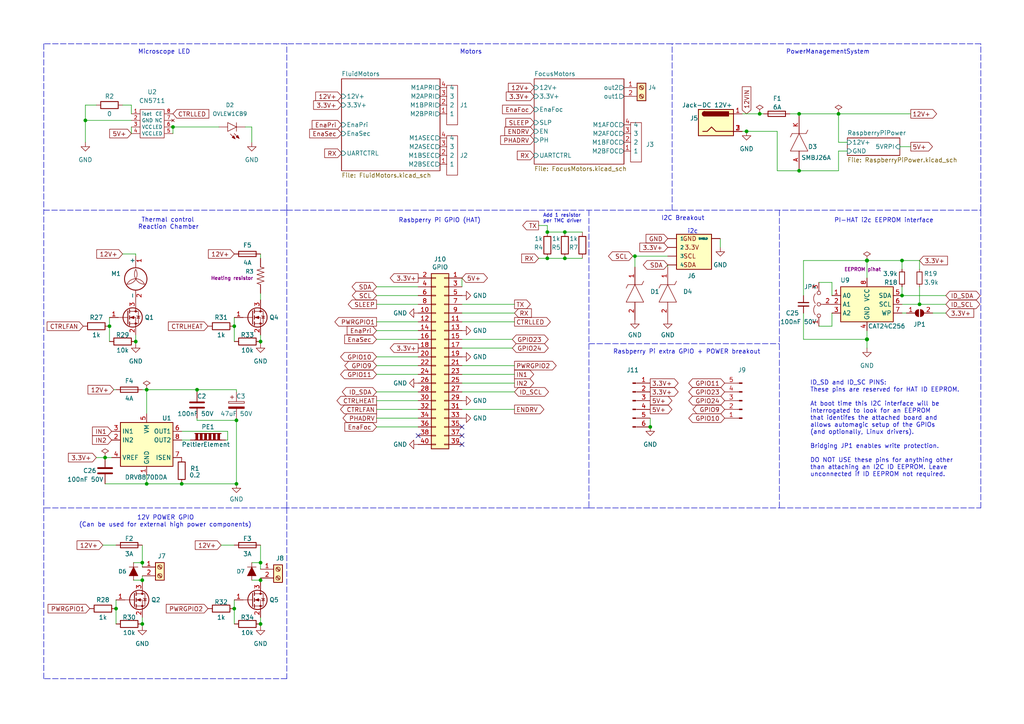
<source format=kicad_sch>
(kicad_sch (version 20211123) (generator eeschema)
  (paper "A4")
  (title_block (title "Rastaban-HAT") (date "2022-12-14") (rev "1.6") (company "HAN") (comment 1 "Casper R. Tak"))
  (junction (at 57.15 113.03))
  (junction (at 231.775 49.53))
  (junction (at 67.945 176.53))
  (junction (at 75.565 99.06))
  (junction (at 231.775 33.02))
  (junction (at 50.165 36.83))
  (junction (at 68.58 140.335))
  (junction (at 33.655 176.53))
  (junction (at 42.545 140.335))
  (junction (at 41.275 163.195))
  (junction (at 67.945 94.615))
  (junction (at 39.37 99.06))
  (junction (at 158.75 74.93))
  (junction (at 266.7 88.265))
  (junction (at 163.83 74.93))
  (junction (at 41.275 168.275))
  (junction (at 261.62 75.565))
  (junction (at 75.565 168.275))
  (junction (at 188.595 123.825))
  (junction (at 261.62 85.725))
  (junction (at 75.565 163.195))
  (junction (at 52.705 140.335))
  (junction (at 184.15 74.295))
  (junction (at 216.535 38.1))
  (junction (at 24.765 34.925))
  (junction (at 41.275 180.975))
  (junction (at 243.205 33.02))
  (junction (at 251.46 75.565) (diameter 1.016))
  (junction (at 31.75 94.615))
  (junction (at 163.83 67.31))
  (junction (at 220.345 33.02))
  (junction (at 30.48 132.715))
  (junction (at 158.75 67.31))
  (junction (at 68.58 121.92))
  (junction (at 42.545 113.03))
  (junction (at 75.565 180.975))
  (junction (at 251.46 98.425) (diameter 1.016))
  (no_connect (at 133.985 123.825))
  (no_connect (at 121.285 126.365))
  (no_connect (at 133.985 128.905))
  (no_connect (at 133.985 126.365))
  (wire (pts (xy 27.94 132.715) (xy 30.48 132.715)))
  (wire (pts (xy 233.045 98.425) (xy 251.46 98.425)))
  (wire (pts (xy 121.285 93.345) (xy 109.22 93.345)))
  (wire (pts (xy 133.985 90.805) (xy 149.225 90.805)))
  (wire (pts (xy 39.37 99.06) (xy 39.37 99.695)))
  (wire (pts (xy 71.12 36.83) (xy 73.025 36.83)))
  (wire (pts (xy 266.7 88.265) (xy 274.32 88.265)))
  (wire (pts (xy 66.04 125.095) (xy 52.705 125.095)))
  (wire (pts (xy 24.765 34.925) (xy 38.1 34.925)))
  (wire (pts (xy 260.985 42.545) (xy 264.16 42.545)))
  (wire (pts (xy 216.535 38.1) (xy 225.425 38.1)))
  (polyline (pts (xy 83.185 60.96) (xy 194.945 60.96)))
  (polyline (pts (xy 170.815 147.32) (xy 226.06 147.32)))
  (wire (pts (xy 29.845 158.115) (xy 33.655 158.115)))
  (wire (pts (xy 261.62 75.565) (xy 261.62 78.105)))
  (wire (pts (xy 261.62 88.265) (xy 266.7 88.265)))
  (wire (pts (xy 156.21 65.405) (xy 158.75 65.405)))
  (wire (pts (xy 52.705 127.635) (xy 55.245 127.635)))
  (wire (pts (xy 109.22 106.045) (xy 121.285 106.045)))
  (wire (pts (xy 237.49 81.915) (xy 241.3 81.915)))
  (wire (pts (xy 156.21 74.93) (xy 158.75 74.93)))
  (wire (pts (xy 121.285 103.505) (xy 109.22 103.505)))
  (wire (pts (xy 33.02 113.03) (xy 33.655 113.03)))
  (wire (pts (xy 121.285 121.285) (xy 109.22 121.285)))
  (polyline (pts (xy 226.06 147.32) (xy 284.48 147.32)))
  (wire (pts (xy 65.405 127.635) (xy 66.04 127.635)))
  (wire (pts (xy 75.565 97.155) (xy 75.565 99.06)))
  (wire (pts (xy 251.46 75.565) (xy 251.46 80.645)))
  (wire (pts (xy 133.985 106.045) (xy 149.225 106.045)))
  (wire (pts (xy 163.83 74.93) (xy 168.91 74.93)))
  (wire (pts (xy 75.565 180.975) (xy 75.565 181.61)))
  (polyline (pts (xy 83.185 147.32) (xy 83.185 196.85)))
  (polyline (pts (xy 194.945 60.96) (xy 284.48 60.96)))
  (wire (pts (xy 188.595 121.285) (xy 188.595 123.825)))
  (wire (pts (xy 42.545 113.03) (xy 42.545 120.015)))
  (polyline (pts (xy 83.185 60.96) (xy 83.185 12.7)))
  (wire (pts (xy 241.3 90.805) (xy 241.3 94.615)))
  (wire (pts (xy 109.22 116.205) (xy 121.285 116.205)))
  (wire (pts (xy 67.945 173.99) (xy 67.945 176.53)))
  (wire (pts (xy 193.675 76.835) (xy 193.675 77.47)))
  (wire (pts (xy 75.565 179.07) (xy 75.565 180.975)))
  (wire (pts (xy 133.985 100.965) (xy 148.59 100.965)))
  (polyline (pts (xy 83.185 60.96) (xy 83.185 60.96)))
  (wire (pts (xy 251.46 98.425) (xy 251.46 100.965)))
  (wire (pts (xy 133.985 118.745) (xy 149.225 118.745)))
  (wire (pts (xy 109.22 108.585) (xy 121.285 108.585)))
  (wire (pts (xy 68.58 113.665) (xy 68.58 113.03)))
  (wire (pts (xy 41.275 163.195) (xy 41.275 164.465)))
  (wire (pts (xy 41.275 158.115) (xy 41.275 163.195)))
  (wire (pts (xy 57.15 121.285) (xy 57.15 121.92)))
  (wire (pts (xy 35.56 30.48) (xy 38.1 30.48)))
  (wire (pts (xy 243.205 33.02) (xy 264.16 33.02)))
  (wire (pts (xy 27.94 30.48) (xy 24.765 30.48)))
  (polyline (pts (xy 170.815 72.39) (xy 170.815 99.695)))
  (wire (pts (xy 243.205 43.815) (xy 245.745 43.815)))
  (polyline (pts (xy 226.06 60.96) (xy 226.06 72.39)))
  (polyline (pts (xy 170.815 99.695) (xy 226.06 99.695)))
  (wire (pts (xy 251.46 95.885) (xy 251.46 98.425)))
  (wire (pts (xy 163.83 67.31) (xy 168.91 67.31)))
  (polyline (pts (xy 170.815 60.96) (xy 170.815 72.39)))
  (wire (pts (xy 68.58 121.92) (xy 68.58 140.335)))
  (wire (pts (xy 183.515 74.295) (xy 184.15 74.295)))
  (wire (pts (xy 133.985 88.265) (xy 149.225 88.265)))
  (wire (pts (xy 184.15 74.295) (xy 184.15 77.47)))
  (wire (pts (xy 38.1 36.83) (xy 38.1 38.735)))
  (wire (pts (xy 38.735 168.275) (xy 41.275 168.275)))
  (wire (pts (xy 241.3 81.915) (xy 241.3 85.725)))
  (wire (pts (xy 42.545 140.335) (xy 52.705 140.335)))
  (wire (pts (xy 75.565 99.06) (xy 75.565 99.695)))
  (wire (pts (xy 133.985 113.665) (xy 149.225 113.665)))
  (wire (pts (xy 109.22 88.265) (xy 121.285 88.265)))
  (wire (pts (xy 261.62 90.805) (xy 262.89 90.805)))
  (polyline (pts (xy 170.815 147.32) (xy 83.185 147.32)))
  (wire (pts (xy 75.565 168.275) (xy 75.565 168.91)))
  (wire (pts (xy 57.15 113.03) (xy 68.58 113.03)))
  (wire (pts (xy 41.275 168.275) (xy 41.275 168.91)))
  (polyline (pts (xy 83.185 196.85) (xy 12.7 196.85)))
  (wire (pts (xy 121.285 113.665) (xy 109.22 113.665)))
  (wire (pts (xy 39.37 97.155) (xy 39.37 99.06)))
  (wire (pts (xy 41.275 179.07) (xy 41.275 180.975)))
  (polyline (pts (xy 83.185 60.96) (xy 83.185 147.32)))
  (wire (pts (xy 24.765 30.48) (xy 24.765 34.925)))
  (wire (pts (xy 158.75 74.93) (xy 163.83 74.93)))
  (wire (pts (xy 121.285 83.185) (xy 109.22 83.185)))
  (wire (pts (xy 133.985 111.125) (xy 149.225 111.125)))
  (wire (pts (xy 39.37 73.66) (xy 35.56 73.66)))
  (polyline (pts (xy 82.55 60.96) (xy 82.55 60.96)))
  (wire (pts (xy 158.75 65.405) (xy 158.75 67.31)))
  (wire (pts (xy 57.15 121.92) (xy 68.58 121.92)))
  (wire (pts (xy 261.62 83.185) (xy 261.62 85.725)))
  (polyline (pts (xy 194.945 12.7) (xy 83.185 12.7)))
  (wire (pts (xy 245.745 41.275) (xy 243.205 41.275)))
  (polyline (pts (xy 170.815 99.695) (xy 170.815 147.32)))
  (wire (pts (xy 39.37 74.295) (xy 39.37 73.66)))
  (wire (pts (xy 38.735 163.195) (xy 41.275 163.195)))
  (wire (pts (xy 31.75 94.615) (xy 31.75 99.06)))
  (wire (pts (xy 133.985 93.345) (xy 149.225 93.345)))
  (wire (pts (xy 66.04 127.635) (xy 66.04 125.095)))
  (wire (pts (xy 41.275 113.03) (xy 42.545 113.03)))
  (wire (pts (xy 215.265 38.1) (xy 216.535 38.1)))
  (wire (pts (xy 133.985 98.425) (xy 148.59 98.425)))
  (wire (pts (xy 208.915 69.215) (xy 208.915 71.755)))
  (wire (pts (xy 64.135 158.115) (xy 67.945 158.115)))
  (wire (pts (xy 41.275 167.005) (xy 41.275 168.275)))
  (polyline (pts (xy 83.185 12.7) (xy 12.7 12.7)))
  (wire (pts (xy 109.22 98.425) (xy 121.285 98.425)))
  (wire (pts (xy 33.655 176.53) (xy 33.655 180.975)))
  (wire (pts (xy 109.22 118.745) (xy 121.285 118.745)))
  (wire (pts (xy 270.51 90.805) (xy 274.32 90.805)))
  (wire (pts (xy 220.345 33.02) (xy 221.488 33.02)))
  (polyline (pts (xy 284.48 12.7) (xy 194.945 12.7)))
  (wire (pts (xy 73.025 163.195) (xy 75.565 163.195)))
  (wire (pts (xy 231.775 33.02) (xy 243.205 33.02)))
  (wire (pts (xy 231.775 33.02) (xy 231.775 33.655)))
  (wire (pts (xy 50.165 36.83) (xy 50.165 38.735)))
  (wire (pts (xy 30.48 132.715) (xy 32.385 132.715)))
  (wire (pts (xy 67.945 94.615) (xy 67.945 99.06)))
  (wire (pts (xy 42.545 140.335) (xy 42.545 137.795)))
  (wire (pts (xy 233.045 90.805) (xy 233.045 98.425)))
  (wire (pts (xy 215.265 33.02) (xy 220.345 33.02)))
  (wire (pts (xy 109.22 95.885) (xy 121.285 95.885)))
  (wire (pts (xy 75.565 163.195) (xy 75.565 165.1)))
  (wire (pts (xy 50.165 36.83) (xy 63.5 36.83)))
  (wire (pts (xy 33.655 173.99) (xy 33.655 176.53)))
  (wire (pts (xy 42.545 113.03) (xy 57.15 113.03)))
  (wire (pts (xy 158.75 67.31) (xy 163.83 67.31)))
  (wire (pts (xy 225.425 38.1) (xy 225.425 49.53)))
  (wire (pts (xy 73.025 36.83) (xy 73.025 41.275)))
  (wire (pts (xy 109.22 85.725) (xy 121.285 85.725)))
  (wire (pts (xy 266.7 78.105) (xy 266.7 75.565)))
  (wire (pts (xy 24.765 34.925) (xy 24.765 41.275)))
  (wire (pts (xy 73.025 168.275) (xy 75.565 168.275)))
  (wire (pts (xy 75.565 158.115) (xy 75.565 163.195)))
  (wire (pts (xy 261.62 75.565) (xy 266.7 75.565)))
  (wire (pts (xy 243.205 33.02) (xy 243.205 41.275)))
  (wire (pts (xy 133.985 108.585) (xy 149.225 108.585)))
  (wire (pts (xy 75.565 167.64) (xy 75.565 168.275)))
  (polyline (pts (xy 194.945 60.96) (xy 194.945 12.7)))
  (polyline (pts (xy 12.7 142.24) (xy 12.7 60.96)))
  (polyline (pts (xy 284.48 147.32) (xy 284.48 60.96)))
  (wire (pts (xy 68.58 121.285) (xy 68.58 121.92)))
  (wire (pts (xy 233.045 75.565) (xy 251.46 75.565)))
  (wire (pts (xy 67.945 92.075) (xy 67.945 94.615)))
  (wire (pts (xy 67.945 176.53) (xy 67.945 180.975)))
  (wire (pts (xy 30.48 140.335) (xy 42.545 140.335)))
  (wire (pts (xy 225.425 49.53) (xy 231.775 49.53)))
  (wire (pts (xy 233.045 75.565) (xy 233.045 85.725)))
  (polyline (pts (xy 12.7 12.7) (xy 12.7 60.96)))
  (polyline (pts (xy 284.48 60.96) (xy 284.48 12.7)))
  (wire (pts (xy 31.75 92.075) (xy 31.75 94.615)))
  (wire (pts (xy 41.275 180.975) (xy 41.275 181.61)))
  (wire (pts (xy 133.985 80.645) (xy 133.985 83.185)))
  (wire (pts (xy 241.3 94.615) (xy 237.49 94.615)))
  (wire (pts (xy 266.7 83.185) (xy 266.7 88.265)))
  (wire (pts (xy 243.205 43.815) (xy 243.205 49.53)))
  (wire (pts (xy 75.565 73.66) (xy 75.565 74.93)))
  (wire (pts (xy 68.58 140.335) (xy 52.705 140.335)))
  (wire (pts (xy 261.62 85.725) (xy 274.32 85.725)))
  (polyline (pts (xy 226.06 72.39) (xy 226.06 147.32)))
  (wire (pts (xy 75.565 85.09) (xy 75.565 86.995)))
  (polyline (pts (xy 83.185 147.32) (xy 12.7 147.32)))
  (wire (pts (xy 109.22 123.825) (xy 121.285 123.825)))
  (wire (pts (xy 57.15 113.03) (xy 57.15 113.665)))
  (wire (pts (xy 231.775 48.895) (xy 231.775 49.53)))
  (wire (pts (xy 38.1 30.48) (xy 38.1 33.02)))
  (polyline (pts (xy 12.7 196.85) (xy 12.7 142.24)))
  (wire (pts (xy 184.15 74.295) (xy 193.675 74.295)))
  (wire (pts (xy 231.775 49.53) (xy 243.205 49.53)))
  (wire (pts (xy 229.108 33.02) (xy 231.775 33.02)))
  (polyline (pts (xy 12.7 60.96) (xy 83.185 60.96)))
  (wire (pts (xy 251.46 75.565) (xy 261.62 75.565)))
  (text "ID_SD and ID_SC PINS:\nThese pins are reserved for HAT ID EEPROM.\n\nAt boot time this I2C interface will be\ninterrogated to look for an EEPROM\nthat identifes the attached board and\nallows automagic setup of the GPIOs\n(and optionally, Linux drivers).\n\nBridging JP1 enables write protection.\n\nDO NOT USE these pins for anything other\nthan attaching an I2C ID EEPROM. Leave\nunconnected if ID EEPROM not required." (at 234.95 138.43 0) (effects (font (size 1.27 1.27)) (justify left bottom)))
  (text "Add 1 resistor \nper TMC driver" (at 157.48 64.77 0) (effects (font (size 1 1)) (justify left bottom)))
  (text "I2C Breakout\n" (at 191.77 64.135 0) (effects (font (size 1.27 1.27)) (justify left bottom)))
  (text "Microscope LED" (at 40.005 15.875 0) (effects (font (size 1.27 1.27)) (justify left bottom)))
  (text "Rasbperry Pi extra GPIO + POWER breakout\n" (at 177.8 102.87 0) (effects (font (size 1.27 1.27)) (justify left bottom)))
  (text "Motors" (at 133.35 15.875 0) (effects (font (size 1.27 1.27)) (justify left bottom)))
  (text " Thermal control\nReaction Chamber" (at 40.005 66.675 0) (effects (font (size 1.27 1.27)) (justify left bottom)))
  (text "			  12V POWER GPIO\n(Can be used for external high power components)" (at 22.86 153.035 0) (effects (font (size 1.27 1.27)) (justify left bottom)))
  (text "i2c" (at 199.39 67.945 0) (effects (font (size 1.27 1.27)) (justify left bottom)))
  (text "Rasbperry Pi GPIO (HAT)\n" (at 115.57 64.77 0) (effects (font (size 1.27 1.27)) (justify left bottom)))
  (text "PI-HAT i2c EEPROM interface" (at 241.935 64.77 0) (effects (font (size 1.27 1.27)) (justify left bottom)))
  (text "PowerManagementSystem" (at 227.965 15.875 0) (effects (font (size 1.27 1.27)) (justify left bottom)))
  (global_label "SLEEP" (shape output) (at 109.22 88.265 180) (property "Intersheet References" "${INTERSHEET_REFS}" (effects hide)))
  (global_label "IN1" (shape output) (at 149.225 108.585 0) (property "Intersheet References" "${INTERSHEET_REFS}" (effects hide)))
  (global_label "EnaPri" (shape input) (at 99.06 36.195 180) (property "Intersheet References" "${INTERSHEET_REFS}" (effects hide)))
  (global_label "GPIO9" (shape bidirectional) (at 210.185 118.745 180) (property "Intersheet References" "${INTERSHEET_REFS}" (effects hide)))
  (global_label "GND" (shape input) (at 193.675 69.215 180) (property "Intersheet References" "${INTERSHEET_REFS}" (effects hide)))
  (global_label "ENDRV" (shape input) (at 154.94 38.1 180) (property "Intersheet References" "${INTERSHEET_REFS}" (effects hide)))
  (global_label "IN2" (shape output) (at 149.225 111.125 0) (property "Intersheet References" "${INTERSHEET_REFS}" (effects hide)))
  (global_label "3.3V+" (shape input) (at 99.06 30.48 180) (property "Intersheet References" "${INTERSHEET_REFS}" (effects hide)))
  (global_label "SDA" (shape bidirectional) (at 193.675 76.835 180) (property "Intersheet References" "${INTERSHEET_REFS}" (effects hide)))
  (global_label "PHADRV" (shape output) (at 109.22 121.285 180) (property "Intersheet References" "${INTERSHEET_REFS}" (effects hide)))
  (global_label "5V+" (shape output) (at 188.595 116.205 0) (property "Intersheet References" "${INTERSHEET_REFS}" (effects hide)))
  (global_label "3.3V+" (shape input) (at 266.7 75.565 0) (property "Intersheet References" "${INTERSHEET_REFS}" (effects hide)))
  (global_label "3.3V+" (shape output) (at 188.595 111.125 0) (property "Intersheet References" "${INTERSHEET_REFS}" (effects hide)))
  (global_label "GPIO23" (shape bidirectional) (at 210.185 113.665 180) (property "Intersheet References" "${INTERSHEET_REFS}" (effects hide)))
  (global_label "ID_SDA" (shape bidirectional) (at 274.32 85.725 0) (property "Intersheet References" "${INTERSHEET_REFS}" (effects hide)))
  (global_label "12V+" (shape input) (at 35.56 73.66 180) (property "Intersheet References" "${INTERSHEET_REFS}" (effects hide)))
  (global_label "EnaSec" (shape input) (at 109.22 98.425 180) (property "Intersheet References" "${INTERSHEET_REFS}" (effects hide)))
  (global_label "IN1" (shape input) (at 32.385 125.095 180) (property "Intersheet References" "${INTERSHEET_REFS}" (effects hide)))
  (global_label "GPIO11" (shape bidirectional) (at 210.185 111.125 180) (property "Intersheet References" "${INTERSHEET_REFS}" (effects hide)))
  (global_label "12V+" (shape input) (at 154.94 25.4 180) (property "Intersheet References" "${INTERSHEET_REFS}" (effects hide)))
  (global_label "3.3V+" (shape output) (at 188.595 113.665 0) (property "Intersheet References" "${INTERSHEET_REFS}" (effects hide)))
  (global_label "3.3V+" (shape output) (at 121.285 100.965 180) (property "Intersheet References" "${INTERSHEET_REFS}" (effects hide)))
  (global_label "5V+" (shape bidirectional) (at 133.985 80.645 0) (property "Intersheet References" "${INTERSHEET_REFS}" (effects hide)))
  (global_label "3.3V+" (shape input) (at 27.94 132.715 180) (property "Intersheet References" "${INTERSHEET_REFS}" (effects hide)))
  (global_label "EnaFoc" (shape input) (at 154.94 31.75 180) (property "Intersheet References" "${INTERSHEET_REFS}" (effects hide)))
  (global_label "EnaSec" (shape input) (at 99.06 38.735 180) (property "Intersheet References" "${INTERSHEET_REFS}" (effects hide)))
  (global_label "IN2" (shape input) (at 32.385 127.635 180) (property "Intersheet References" "${INTERSHEET_REFS}" (effects hide)))
  (global_label "GPIO24" (shape bidirectional) (at 210.185 116.205 180) (property "Intersheet References" "${INTERSHEET_REFS}" (effects hide)))
  (global_label "SCL" (shape bidirectional) (at 183.515 74.295 180) (property "Intersheet References" "${INTERSHEET_REFS}" (effects hide)))
  (global_label "GPIO24" (shape bidirectional) (at 148.59 100.965 0) (property "Intersheet References" "${INTERSHEET_REFS}" (effects hide)))
  (global_label "EnaFoc" (shape input) (at 109.22 123.825 180) (property "Intersheet References" "${INTERSHEET_REFS}" (effects hide)))
  (global_label "3.3V+" (shape output) (at 121.285 80.645 180) (property "Intersheet References" "${INTERSHEET_REFS}" (effects hide)))
  (global_label "5V+" (shape output) (at 264.16 42.545 0) (property "Intersheet References" "${INTERSHEET_REFS}" (effects hide)))
  (global_label "5V+" (shape output) (at 188.595 118.745 0) (property "Intersheet References" "${INTERSHEET_REFS}" (effects hide)))
  (global_label "PWRGPIO1" (shape input) (at 26.035 176.53 180) (property "Intersheet References" "${INTERSHEET_REFS}" (effects hide)))
  (global_label "GPIO10" (shape bidirectional) (at 210.185 121.285 180) (property "Intersheet References" "${INTERSHEET_REFS}" (effects hide)))
  (global_label "3.3V+" (shape input) (at 154.94 27.94 180) (property "Intersheet References" "${INTERSHEET_REFS}" (effects hide)))
  (global_label "PWRGPIO2" (shape input) (at 60.325 176.53 180) (property "Intersheet References" "${INTERSHEET_REFS}" (effects hide)))
  (global_label "RX" (shape input) (at 149.225 90.805 0) (property "Intersheet References" "${INTERSHEET_REFS}" (effects hide)))
  (global_label "SDA" (shape bidirectional) (at 109.22 83.185 180) (property "Intersheet References" "${INTERSHEET_REFS}" (effects hide)))
  (global_label "12V+" (shape input) (at 67.945 73.66 180) (property "Intersheet References" "${INTERSHEET_REFS}" (effects hide)))
  (global_label "3.3V+" (shape input) (at 193.675 71.755 180) (property "Intersheet References" "${INTERSHEET_REFS}" (effects hide)))
  (global_label "12V+" (shape input) (at 29.845 158.115 180) (property "Intersheet References" "${INTERSHEET_REFS}" (effects hide)))
  (global_label "RX" (shape input) (at 99.06 44.45 180) (property "Intersheet References" "${INTERSHEET_REFS}" (effects hide)))
  (global_label "PHADRV" (shape input) (at 154.94 40.64 180) (property "Intersheet References" "${INTERSHEET_REFS}" (effects hide)))
  (global_label "CTRLLED" (shape output) (at 149.225 93.345 0) (property "Intersheet References" "${INTERSHEET_REFS}" (effects hide)))
  (global_label "CTRLFAN" (shape input) (at 24.13 94.615 180) (property "Intersheet References" "${INTERSHEET_REFS}" (effects hide)))
  (global_label "5V+" (shape input) (at 38.1 38.735 180) (property "Intersheet References" "${INTERSHEET_REFS}" (effects hide)))
  (global_label "3.3V+" (shape input) (at 274.32 90.805 0) (property "Intersheet References" "${INTERSHEET_REFS}" (effects hide)))
  (global_label "ID_SCL" (shape bidirectional) (at 274.32 88.265 0) (property "Intersheet References" "${INTERSHEET_REFS}" (effects hide)))
  (global_label "12V+" (shape input) (at 64.135 158.115 180) (property "Intersheet References" "${INTERSHEET_REFS}" (effects hide)))
  (global_label "TX" (shape output) (at 149.225 88.265 0) (property "Intersheet References" "${INTERSHEET_REFS}" (effects hide)))
  (global_label "GPIO10" (shape bidirectional) (at 109.22 103.505 180) (property "Intersheet References" "${INTERSHEET_REFS}" (effects hide)))
  (global_label "GPIO23" (shape bidirectional) (at 148.59 98.425 0) (property "Intersheet References" "${INTERSHEET_REFS}" (effects hide)))
  (global_label "SLEEP" (shape input) (at 154.94 35.56 180) (property "Intersheet References" "${INTERSHEET_REFS}" (effects hide)))
  (global_label "TX" (shape output) (at 156.21 65.405 180) (property "Intersheet References" "${INTERSHEET_REFS}" (effects hide)))
  (global_label "PWRGPIO2" (shape output) (at 149.225 106.045 0) (property "Intersheet References" "${INTERSHEET_REFS}" (effects hide)))
  (global_label "RX" (shape input) (at 154.94 45.085 180) (property "Intersheet References" "${INTERSHEET_REFS}" (effects hide)))
  (global_label "12V+" (shape output) (at 264.16 33.02 0) (property "Intersheet References" "${INTERSHEET_REFS}" (effects hide)))
  (global_label "GPIO9" (shape bidirectional) (at 109.22 106.045 180) (property "Intersheet References" "${INTERSHEET_REFS}" (effects hide)))
  (global_label "EnaPri" (shape input) (at 109.22 95.885 180) (property "Intersheet References" "${INTERSHEET_REFS}" (effects hide)))
  (global_label "CTRLHEAT" (shape output) (at 109.22 116.205 180) (property "Intersheet References" "${INTERSHEET_REFS}" (effects hide)))
  (global_label "ID_SCL" (shape bidirectional) (at 149.225 113.665 0) (property "Intersheet References" "${INTERSHEET_REFS}" (effects hide)))
  (global_label "12VIN" (shape input) (at 216.535 33.02 90) (property "Intersheet References" "${INTERSHEET_REFS}" (effects hide)))
  (global_label "CTRLFAN" (shape output) (at 109.22 118.745 180) (property "Intersheet References" "${INTERSHEET_REFS}" (effects hide)))
  (global_label "ID_SDA" (shape bidirectional) (at 109.22 113.665 180) (property "Intersheet References" "${INTERSHEET_REFS}" (effects hide)))
  (global_label "12V+" (shape input) (at 33.02 113.03 180) (property "Intersheet References" "${INTERSHEET_REFS}" (effects hide)))
  (global_label "RX" (shape input) (at 156.21 74.93 180) (property "Intersheet References" "${INTERSHEET_REFS}" (effects hide)))
  (global_label "GPIO11" (shape bidirectional) (at 109.22 108.585 180) (property "Intersheet References" "${INTERSHEET_REFS}" (effects hide)))
  (global_label "PWRGPIO1" (shape output) (at 109.22 93.345 180) (property "Intersheet References" "${INTERSHEET_REFS}" (effects hide)))
  (global_label "SCL" (shape bidirectional) (at 109.22 85.725 180) (property "Intersheet References" "${INTERSHEET_REFS}" (effects hide)))
  (global_label "CTRLLED" (shape input) (at 50.165 33.02 0) (property "Intersheet References" "${INTERSHEET_REFS}" (effects hide)))
  (global_label "CTRLHEAT" (shape input) (at 60.325 94.615 180) (property "Intersheet References" "${INTERSHEET_REFS}" (effects hide)))
  (global_label "ENDRV" (shape output) (at 149.225 118.745 0) (property "Intersheet References" "${INTERSHEET_REFS}" (effects hide)))
  (global_label "12V+" (shape input) (at 99.06 27.94 180) (property "Intersheet References" "${INTERSHEET_REFS}" (effects hide)))
  (symbol (lib_id "Connector:Screw_Terminal_01x02") (at 46.355 164.465 0) (unit 1)
    (property "Reference" "J7" (at 45.72 161.29 0) (effects (justify left)))
    (property "Value" "Screw_Terminal_01x02" (effects hide))
    (property "Footprint" "SamacSys_Parts:1808190" (effects hide))
    (property "Datasheet" "https://www.phoenixcontact.com/en-us/products/pcb-header-ptsm-05-2-hh0-25-smd-r32-1808190?type=pdf" (effects hide))
    (property "Purpose" "Terminal" (effects hide))
    (property "Mouser" "651-1808190" (effects hide))
  )
  (symbol (lib_id "Device:C_Polarized") (at 68.58 117.475 0) (unit 1)
    (property "Reference" "C3" (at 69.85 114.935 0))
    (property "Value" "47uF 50V" (at 68.58 120.015 0))
    (property "Footprint" "Capacitor_SMD:CP_Elec_6.3x5.4" (effects hide))
    (property "Manufacturer_Part_Number" "C2918513" (effects hide))
    (property "LCSC" "C72522" (effects hide))
    (property "Purpose" "decoupling" (effects hide))
  )
  (symbol (lib_id "power:GND") (at 121.285 111.125 270) (unit 1)
    (property "Reference" "#PWR0109" (effects hide))
    (property "Value" "GND" (at 118.11 111.125 90) (effects (justify right)))
  )
  (symbol (lib_id "power:GND") (at 39.37 99.695 0) (unit 1)
    (property "Reference" "#PWR03" (effects hide))
    (property "Value" "GND" (at 39.37 104.775 0))
  )
  (symbol (lib_id "power:PWR_FLAG") (at 42.545 113.03 0) (unit 1)
    (property "Reference" "#FLG0107" (effects hide))
    (property "Value" "PWR_FLAG" (effects hide))
  )
  (symbol (lib_id "Device:Fuse") (at 37.465 158.115 90) (unit 1)
    (property "Reference" "F2" (at 37.465 156.21 90))
    (property "Value" "3A" (at 37.465 160.655 90))
    (property "Footprint" "Fuse:Fuse_2010_5025Metric_Pad1.52x2.65mm_HandSolder" (effects hide))
    (property "LCSC" "C355689" (effects hide))
  )
  (symbol (lib_id "power:GND") (at 121.285 90.805 270) (unit 1)
    (property "Reference" "#PWR0115" (effects hide))
    (property "Value" "GND" (at 118.11 90.805 90) (effects (justify right)))
  )
  (symbol (lib_id "power:PWR_FLAG") (at 251.46 75.565 0) (unit 1)
    (property "Reference" "#FLG0104" (effects hide))
    (property "Value" "PWR_FLAG" (effects hide))
  )
  (symbol (lib_id "Device:R") (at 163.83 71.12 180) (unit 1)
    (property "Reference" "R5" (at 161.29 71.755 0))
    (property "Value" "1k" (at 161.29 69.215 0))
    (property "Footprint" "Resistor_SMD:R_0805_2012Metric_Pad1.20x1.40mm_HandSolder" (effects hide))
    (property "Purpose" "to prevent current surge (ESD)" (effects hide))
    (property "LCSC" "C17414" (effects hide))
  )
  (symbol (lib_id "Connector:Conn_01x05_Male") (at 215.265 116.205 180) (unit 1)
    (property "Reference" "J9" (at 213.995 107.315 0) (effects (justify right)))
    (property "Value" "Conn_01x05_Male" (effects hide))
    (property "Footprint" "Connector_PinHeader_2.54mm:PinHeader_1x05_P2.54mm_Vertical" (effects hide))
    (property "LCSC" "x" (effects hide))
    (property "Mouser" "x" (effects hide))
  )
  (symbol (lib_id "Connector:Screw_Terminal_01x02") (at 80.645 165.1 0) (unit 1)
    (property "Reference" "J8" (at 80.01 161.925 0) (effects (justify left)))
    (property "Value" "Screw_Terminal_01x02" (effects hide))
    (property "Footprint" "SamacSys_Parts:1808190" (effects hide))
    (property "Datasheet" "https://www.phoenixcontact.com/en-us/products/pcb-header-ptsm-05-2-hh0-25-smd-r32-1808190?type=pdf" (effects hide))
    (property "Purpose" "Terminal" (effects hide))
    (property "Mouser" "651-1808190" (effects hide))
  )
  (symbol (lib_id "Device:R") (at 168.91 71.12 180) (unit 1)
    (property "Reference" "R7" (at 166.37 71.755 0))
    (property "Value" "1k" (at 166.37 69.215 0))
    (property "Footprint" "Resistor_SMD:R_0805_2012Metric_Pad1.20x1.40mm_HandSolder" (effects hide))
    (property "Purpose" "to prevent current surge (ESD)" (effects hide))
    (property "LCSC" "C17414" (effects hide))
  )
  (symbol (lib_id "Device:R") (at 29.845 176.53 90) (unit 1)
    (property "Reference" "R28" (at 29.845 173.99 90))
    (property "Value" "1k" (at 29.845 179.07 90))
    (property "Footprint" "Resistor_SMD:R_0805_2012Metric_Pad1.20x1.40mm_HandSolder" (effects hide))
    (property "Purpose" "to prevent current surge (ESD)" (effects hide))
    (property "LCSC" "C17414" (effects hide))
  )
  (symbol (lib_id "power:GND") (at 41.275 181.61 0) (unit 1)
    (property "Reference" "#PWR04" (effects hide))
    (property "Value" "GND" (at 41.275 186.69 0))
  )
  (symbol (lib_id "Device:R") (at 64.135 94.615 90) (unit 1)
    (property "Reference" "R31" (at 64.135 92.075 90))
    (property "Value" "1k" (at 64.135 97.155 90))
    (property "Footprint" "Resistor_SMD:R_0805_2012Metric_Pad1.20x1.40mm_HandSolder" (effects hide))
    (property "Purpose" "to prevent current surge (ESD)" (effects hide))
    (property "LCSC" "C17414" (effects hide))
  )
  (symbol (lib_id "Transistor_FET:2N7002K") (at 73.025 173.99 0) (unit 1)
    (property "Reference" "Q5" (at 78.105 173.99 0) (effects (justify left)))
    (property "Value" "PMV15ENE" (effects hide))
    (property "Footprint" "Package_TO_SOT_SMD:SOT-23" (effects hide))
    (property "Datasheet" "https://nl.mouser.com/datasheet/2/916/PMV15ENE-2909821.pdf" (effects hide))
    (property "Mouser" "771-PMV15ENER" (effects hide))
  )
  (symbol (lib_name "1778780_1") (lib_id "SamacSys_Parts:1778780") (at 134.62 31.115 180) (unit 1)
    (property "Reference" "J1" (at 133.35 30.48 0) (effects (justify right)))
    (property "Value" "1778780" (effects hide))
    (property "Footprint" "SamacSys_Parts:1778780" (effects hide))
    (property "Datasheet" "http://www.phoenixcontact.com/de/produkte/1778780/pdf" (effects hide))
    (property "Description" "PCB header, nominal cross section: 0.5 mm?, color: black, nominal current: 6 A, rated voltage (III/2): 160 V, contact surface: Tin, type of contact: Male connector, Number of potentials: 4, Number of rows: 1, Number of positions per row: 4, number of connections: 4, product range: PTSM 0,5/..-HH-SMD, pitch: 2.5 mm, mounting: SMD soldering, pin layout: Linear pad geometry, Stecksystem: COMBICON COMPACT PTSM, Locking: without, type of packaging: 32 mm wide tape, Article with anti-rotation pin" (effects hide))
    (property "Height" "5.1" (effects hide))
    (property "Mouser Part Number" "651-1778780" (effects hide))
    (property "Mouser Price/Stock" "https://www.mouser.co.uk/ProductDetail/Phoenix-Contact/1778780?qs=pYfYGt2amwkFYtacWTGMiw%3D%3D" (effects hide))
    (property "Manufacturer_Name" "Phoenix Contact" (effects hide))
    (property "Manufacturer_Part_Number" "1778780" (effects hide))
    (property "LCSC" "C5173835" (effects hide))
  )
  (symbol (lib_id "power:GND") (at 133.985 95.885 90) (unit 1)
    (property "Reference" "#PWR0112" (effects hide))
    (property "Value" "GND" (at 137.16 95.8849 90) (effects (justify right)))
  )
  (symbol (lib_id "Motor:Fan") (at 39.37 81.915 0) (unit 1)
    (property "Reference" "M1" (at 33.655 79.375 0))
    (property "Value" "Fan" (effects hide))
    (property "Footprint" "SamacSys_Parts:1808190" (effects hide))
    (property "Datasheet" "https://www.phoenixcontact.com/en-us/products/pcb-header-ptsm-05-2-hh0-25-smd-r32-1808190?type=pdf" (effects hide))
    (property "Purpose" "Cooling fan for peltier" (effects hide))
    (property "Mouser" "651-1808190" (effects hide))
  )
  (symbol (lib_id "Device:R") (at 64.135 176.53 90) (unit 1)
    (property "Reference" "R32" (at 64.135 174.625 90))
    (property "Value" "1k" (at 64.135 179.07 90))
    (property "Footprint" "Resistor_SMD:R_0805_2012Metric_Pad1.20x1.40mm_HandSolder" (effects hide))
    (property "Purpose" "to prevent current surge (ESD)" (effects hide))
    (property "LCSC" "C17414" (effects hide))
  )
  (symbol (lib_id "power:PWR_FLAG") (at 243.205 33.02 0) (unit 1)
    (property "Reference" "#FLG0106" (effects hide))
    (property "Value" "PWR_FLAG" (effects hide))
  )
  (symbol (lib_name "1778780_2") (lib_id "SamacSys_Parts:1778780") (at 134.62 45.72 180) (unit 1)
    (property "Reference" "J2" (at 133.35 45.085 0) (effects (justify right)))
    (property "Value" "1778780" (effects hide))
    (property "Footprint" "SamacSys_Parts:1778780" (effects hide))
    (property "Datasheet" "http://www.phoenixcontact.com/de/produkte/1778780/pdf" (effects hide))
    (property "Description" "PCB header, nominal cross section: 0.5 mm?, color: black, nominal current: 6 A, rated voltage (III/2): 160 V, contact surface: Tin, type of contact: Male connector, Number of potentials: 4, Number of rows: 1, Number of positions per row: 4, number of connections: 4, product range: PTSM 0,5/..-HH-SMD, pitch: 2.5 mm, mounting: SMD soldering, pin layout: Linear pad geometry, Stecksystem: COMBICON COMPACT PTSM, Locking: without, type of packaging: 32 mm wide tape, Article with anti-rotation pin" (effects hide))
    (property "Height" "5.1" (effects hide))
    (property "Mouser Part Number" "651-1778780" (effects hide))
    (property "Mouser Price/Stock" "https://www.mouser.co.uk/ProductDetail/Phoenix-Contact/1778780?qs=pYfYGt2amwkFYtacWTGMiw%3D%3D" (effects hide))
    (property "Manufacturer_Name" "Phoenix Contact" (effects hide))
    (property "Manufacturer_Part_Number" "1778780" (effects hide))
    (property "LCSC" "C5173835" (effects hide))
  )
  (symbol (lib_id "Device:R") (at 35.56 99.06 90) (unit 1)
    (property "Reference" "R29" (at 35.56 97.155 90))
    (property "Value" "10k" (at 35.56 101.6 90))
    (property "Footprint" "Resistor_SMD:R_0805_2012Metric_Pad1.20x1.40mm_HandSolder" (effects hide))
    (property "Purpose" "to prevent undefined state at boot" (effects hide))
    (property "LCSC" "C5140188" (effects hide))
  )
  (symbol (lib_id "SamacSys_Parts:ESD7351HT1G") (at 193.675 77.47 270) (unit 1)
    (property "Reference" "D4" (at 198.12 84.5819 90) (effects (justify left)))
    (property "Value" "ESD7351HT1G" (effects hide))
    (property "Footprint" "SamacSys_Parts:SOD2512X110N" (effects hide))
    (property "Datasheet" "https://componentsearchengine.com/Datasheets/1/ESD7351HT1G.pdf" (effects hide))
    (property "Description" "ESD Suppressors / TVS Diodes UNIDIRECTIONAL 3.3V ESD PR" (effects hide))
    (property "Height" "1.1" (effects hide))
    (property "Mouser Part Number" "863-ESD7351HT1G" (effects hide))
    (property "Mouser Price/Stock" "https://www.mouser.co.uk/ProductDetail/onsemi/ESD7351HT1G?qs=dbuNSGnowt39rUvUpno3Rw%3D%3D" (effects hide))
    (property "Manufacturer_Name" "onsemi" (effects hide))
    (property "Manufacturer_Part_Number" "ESD7351HT1G" (effects hide))
    (property "Purpose" "TVS diode" (effects hide))
    (property "LCSC" "C233436" (effects hide))
  )
  (symbol (lib_id "Device:Fuse") (at 71.755 73.66 90) (unit 1)
    (property "Reference" "F5" (at 71.755 71.12 90))
    (property "Value" "4A" (at 71.755 76.2 90))
    (property "Footprint" "Fuse:Fuse_2010_5025Metric_Pad1.52x2.65mm_HandSolder" (effects hide))
    (property "LCSC" "C355687" (effects hide))
  )
  (symbol (lib_id "SamacSys_Parts:ESD7351HT1G") (at 184.15 77.47 270) (unit 1)
    (property "Reference" "D1" (at 188.595 84.5819 90) (effects (justify left)))
    (property "Value" "ESD7351HT1G" (effects hide))
    (property "Footprint" "SamacSys_Parts:SOD2512X110N" (effects hide))
    (property "Datasheet" "https://componentsearchengine.com/Datasheets/1/ESD7351HT1G.pdf" (effects hide))
    (property "Description" "ESD Suppressors / TVS Diodes UNIDIRECTIONAL 3.3V ESD PR" (effects hide))
    (property "Height" "1.1" (effects hide))
    (property "Mouser Part Number" "863-ESD7351HT1G" (effects hide))
    (property "Mouser Price/Stock" "https://www.mouser.co.uk/ProductDetail/onsemi/ESD7351HT1G?qs=dbuNSGnowt39rUvUpno3Rw%3D%3D" (effects hide))
    (property "Manufacturer_Name" "onsemi" (effects hide))
    (property "Manufacturer_Part_Number" "ESD7351HT1G" (effects hide))
    (property "Purpose" "TVS diode" (effects hide))
    (property "LCSC" "C233436" (effects hide))
  )
  (symbol (lib_id "SamacSys_Parts:SMBJ26A") (at 231.775 33.655 270) (unit 1)
    (property "Reference" "D3" (at 234.315 42.545 90) (effects (justify left)))
    (property "Value" "SMBJ26A" (at 232.41 45.72 90) (effects (justify left)))
    (property "Footprint" "SamacSys_Parts:DIOM5436X261N" (effects hide))
    (property "Datasheet" "https://www.bourns.com/docs/product-datasheets/smbj.pdf?sfvrsn=34552159_17" (effects hide))
    (property "Mouser Part Number" "652-SMBJ26A" (effects hide))
    (property "LCSC" "C10216" (effects hide))
    (property "Purpose" "ESD" (effects hide))
  )
  (symbol (lib_id "Driver_LED:CN5711") (at 44.45 35.56 0) (unit 1)
    (property "Reference" "U2" (at 44.1325 26.67 0))
    (property "Value" "CN5711" (at 44.1325 29.21 0))
    (property "Footprint" "Package_SO:Texas_HTSOP-8-1EP_3.9x4.9mm_P1.27mm_EP2.95x4.9mm_Mask2.4x3.1mm_ThermalVias" (effects hide))
    (property "LCSC" "C35634" (effects hide))
    (property "Purpose" "Drives microscope led" (effects hide))
  )
  (symbol (lib_id "Device:C_Small") (at 233.045 88.265 0) (unit 1)
    (property "Reference" "C25" (at 231.775 90.805 0) (effects (justify right)))
    (property "Value" "100nF 50V" (at 236.855 93.345 0) (effects (justify right)))
    (property "Footprint" "Capacitor_SMD:C_0805_2012Metric_Pad1.18x1.45mm_HandSolder" (effects hide))
    (property "LCSC" "C476766" (effects hide))
    (property "Purpose" "decoupling" (effects hide))
  )
  (symbol (lib_id "Device:C") (at 57.15 117.475 180) (unit 1)
    (property "Reference" "C2" (at 57.15 114.935 0) (effects (justify right)))
    (property "Value" "100nF 50V" (at 51.435 120.015 0) (effects (justify right)))
    (property "Footprint" "Capacitor_SMD:C_0805_2012Metric_Pad1.18x1.45mm_HandSolder" (effects hide))
    (property "LCSC" "C476766" (effects hide))
    (property "Purpose" "decoupling" (effects hide))
  )
  (symbol (lib_id "Device:C") (at 30.48 136.525 180) (unit 1)
    (property "Reference" "C26" (at 26.035 136.525 0))
    (property "Value" "100nF 50V" (at 24.765 139.065 0))
    (property "Footprint" "Capacitor_SMD:C_0805_2012Metric_Pad1.18x1.45mm_HandSolder" (effects hide))
    (property "LCSC" "C476766" (effects hide))
    (property "Purpose" "decoupling" (effects hide))
  )
  (symbol (lib_id "Connector:Screw_Terminal_01x02") (at 186.055 25.4 0) (unit 1)
    (property "Reference" "J4" (at 187.96 25.4 0) (effects (justify left)))
    (property "Value" "Screw_Terminal_01x02" (effects hide))
    (property "Footprint" "SamacSys_Parts:1808190" (effects hide))
    (property "Datasheet" "https://www.phoenixcontact.com/en-us/products/pcb-header-ptsm-05-2-hh0-25-smd-r32-1808190?type=pdf" (effects hide))
    (property "Purpose" "voice coil ouput terminal" (effects hide))
    (property "Mouser" "651-1808190" (effects hide))
  )
  (symbol (lib_id "power:GND") (at 188.595 123.825 0) (unit 1)
    (property "Reference" "#PWR012" (effects hide))
    (property "Value" "GND" (at 188.595 128.905 0))
  )
  (symbol (lib_id "Transistor_FET:2N7002K") (at 38.735 173.99 0) (unit 1)
    (property "Reference" "Q2" (at 43.815 173.99 0) (effects (justify left)))
    (property "Value" "PMV15ENE" (effects hide))
    (property "Footprint" "Package_TO_SOT_SMD:SOT-23" (effects hide))
    (property "Datasheet" "https://nl.mouser.com/datasheet/2/916/PMV15ENE-2909821.pdf" (effects hide))
    (property "Mouser" "771-PMV15ENER" (effects hide))
  )
  (symbol (lib_id "power:PWR_FLAG") (at 220.345 33.02 0) (unit 1)
    (property "Reference" "#FLG0102" (effects hide))
    (property "Value" "PWR_FLAG" (effects hide))
  )
  (symbol (lib_id "power:GND") (at 133.985 103.505 90) (unit 1)
    (property "Reference" "#PWR0108" (effects hide))
    (property "Value" "GND" (at 137.16 103.5049 90) (effects (justify right)))
  )
  (symbol (lib_id "Device:R") (at 71.755 180.975 90) (unit 1)
    (property "Reference" "R34" (at 71.755 179.07 90))
    (property "Value" "10k" (at 71.755 183.515 90))
    (property "Footprint" "Resistor_SMD:R_0805_2012Metric_Pad1.20x1.40mm_HandSolder" (effects hide))
    (property "Purpose" "to prevent undefined state at boot" (effects hide))
    (property "LCSC" "C5140188" (effects hide))
  )
  (symbol (lib_id "power:GND") (at 133.985 121.285 90) (unit 1)
    (property "Reference" "#PWR0111" (effects hide))
    (property "Value" "GND" (at 137.16 121.2849 90) (effects (justify right)))
  )
  (symbol (lib_id "Device:R_Small") (at 266.7 80.645 0) (unit 1)
    (property "Reference" "R19" (at 267.97 79.375 0) (effects (justify left)))
    (property "Value" "3.9k" (at 267.97 81.915 0) (effects (justify left)))
    (property "Footprint" "Resistor_SMD:R_0805_2012Metric_Pad1.20x1.40mm_HandSolder" (effects hide))
    (property "LCSC" "C2907252" (effects hide))
  )
  (symbol (lib_name "1778780_3") (lib_id "SamacSys_Parts:1778780") (at 187.96 41.91 180) (unit 1)
    (property "Reference" "J3" (at 187.325 41.91 0) (effects (justify right)))
    (property "Value" "1778780" (effects hide))
    (property "Footprint" "SamacSys_Parts:1778780" (effects hide))
    (property "Datasheet" "http://www.phoenixcontact.com/de/produkte/1778780/pdf" (effects hide))
    (property "Description" "PCB header, nominal cross section: 0.5 mm?, color: black, nominal current: 6 A, rated voltage (III/2): 160 V, contact surface: Tin, type of contact: Male connector, Number of potentials: 4, Number of rows: 1, Number of positions per row: 4, number of connections: 4, product range: PTSM 0,5/..-HH-SMD, pitch: 2.5 mm, mounting: SMD soldering, pin layout: Linear pad geometry, Stecksystem: COMBICON COMPACT PTSM, Locking: without, type of packaging: 32 mm wide tape, Article with anti-rotation pin" (effects hide))
    (property "Height" "5.1" (effects hide))
    (property "Mouser Part Number" "651-1778780" (effects hide))
    (property "Mouser Price/Stock" "https://www.mouser.co.uk/ProductDetail/Phoenix-Contact/1778780?qs=pYfYGt2amwkFYtacWTGMiw%3D%3D" (effects hide))
    (property "Manufacturer_Name" "Phoenix Contact" (effects hide))
    (property "Manufacturer_Part_Number" "1778780" (effects hide))
    (property "LCSC" "C5173835" (effects hide))
  )
  (symbol (lib_id "power:GND") (at 133.985 85.725 90) (unit 1)
    (property "Reference" "#PWR0114" (effects hide))
    (property "Value" "GND" (at 137.16 85.7249 90) (effects (justify right)))
  )
  (symbol (lib_id "Device:Fuse") (at 71.755 158.115 90) (unit 1)
    (property "Reference" "F3" (at 71.755 156.21 90))
    (property "Value" "3A" (at 71.755 160.655 90))
    (property "Footprint" "Fuse:Fuse_2010_5025Metric_Pad1.52x2.65mm_HandSolder" (effects hide))
    (property "LCSC" "C355689" (effects hide))
  )
  (symbol (lib_id "Device:R") (at 31.75 30.48 90) (unit 1)
    (property "Reference" "R2" (at 31.75 27.94 90))
    (property "Value" "0" (at 31.75 33.02 90))
    (property "Footprint" "Resistor_SMD:R_0805_2012Metric_Pad1.20x1.40mm_HandSolder" (effects hide))
    (property "Purpose" "Rset" (effects hide))
    (property "LCSC" "C5140188" (effects hide))
    (property "Note" "54K is also suitable. 0 ohm if PWM is used" (effects hide))
  )
  (symbol (lib_id "Device:R_Small") (at 261.62 80.645 180) (unit 1)
    (property "Reference" "R18" (at 260.35 81.915 0) (effects (justify left)))
    (property "Value" "3.9k" (at 260.35 79.375 0) (effects (justify left)))
    (property "Footprint" "Resistor_SMD:R_0805_2012Metric_Pad1.20x1.40mm_HandSolder" (effects hide))
    (property "LCSC" "C2907252" (effects hide))
  )
  (symbol (lib_id "Mechanical:MountingHole") (at 297.18 218.44 0) (unit 1)
    (property "Reference" "H4" (at 299.72 217.1699 0) (effects (justify left)))
    (property "Value" "MountingHole" (at 299.72 219.7099 0) (effects (justify left)))
    (property "Footprint" "MountingHole:MountingHole_2.7mm_M2.5" (effects hide))
    (property "LCSC" "x" (effects hide))
    (property "Mouser" "x" (effects hide))
  )
  (symbol (lib_id "power:PWR_FLAG") (at 30.48 132.715 0) (unit 1)
    (property "Reference" "#FLG0108" (effects hide))
    (property "Value" "PWR_FLAG" (effects hide))
  )
  (symbol (lib_name "DIODE-1N4148_1") (lib_id "SparkFun-DiscreteSemi:DIODE-1N4148") (at 73.025 165.735 90) (unit 1)
    (property "Reference" "D7" (at 68.58 165.735 90) (effects (font (size 1.143 1.143)) (justify right)))
    (property "Value" "DIODE-1N4148" (effects hide))
    (property "Footprint" "Diode_SMD:D_1206_3216Metric_Pad1.42x1.75mm_HandSolder" (effects hide))
    (property "Datasheet" "https://nl.mouser.com/datasheet/2/308/1/1N4148WS_D-3006419.pdf" (effects hide))
    (property "Field4" "DIO-08378" (effects hide))
    (property "Purpose" "To prevent EMF" (effects hide))
    (property "LCSC" "C2128" (effects hide))
    (property "Mouser" "512-1N4148WS" (effects hide))
  )
  (symbol (lib_id "Device:R") (at 71.755 99.06 90) (unit 1)
    (property "Reference" "R33" (at 71.755 97.155 90))
    (property "Value" "10k" (at 71.755 101.6 90))
    (property "Footprint" "Resistor_SMD:R_0805_2012Metric_Pad1.20x1.40mm_HandSolder" (effects hide))
    (property "Purpose" "to prevent undefined state at boot" (effects hide))
    (property "LCSC" "C5140188" (effects hide))
  )
  (symbol (lib_name "DIODE-1N4148_1") (lib_id "SparkFun-DiscreteSemi:DIODE-1N4148") (at 38.735 165.735 90) (unit 1)
    (property "Reference" "D6" (at 34.29 165.735 90) (effects (font (size 1.143 1.143)) (justify right)))
    (property "Value" "DIODE-1N4148" (effects hide))
    (property "Footprint" "Diode_SMD:D_1206_3216Metric_Pad1.42x1.75mm_HandSolder" (effects hide))
    (property "Datasheet" "https://nl.mouser.com/datasheet/2/308/1/1N4148WS_D-3006419.pdf" (effects hide))
    (property "Field4" "DIO-08378" (effects hide))
    (property "Purpose" "To prevent EMF" (effects hide))
    (property "LCSC" "C2128" (effects hide))
    (property "Mouser" "512-1N4148WS" (effects hide))
  )
  (symbol (lib_id "SM04B-SRSS-TB_LF__SN_:SM04B-SRSS-TB(LF)(SN)") (at 201.295 75.565 0) (unit 1)
    (property "Reference" "J6" (at 199.39 80.01 0) (effects (justify left)))
    (property "Value" "SM04B-SRSS-TB(LF)(SN)" (effects hide))
    (property "Footprint" "SnapEDA Library:JST_SM04B-SRSS-TB(LF)(SN)" (effects hide))
    (property "Datasheet" "https://www.farnell.com/datasheets/2082363.pdf" (effects hide))
    (property "LCSC" "C160404" (effects hide))
    (property "Purpose" "i2c connector" (effects hide))
  )
  (symbol (lib_id "Device:PeltierElement") (at 60.325 127.635 0) (unit 1)
    (property "Reference" "PE1" (at 60.325 123.825 0))
    (property "Value" "PeltierElement" (at 59.69 128.905 0))
    (property "Footprint" "SamacSys_Parts:1808190" (effects hide))
    (property "Datasheet" "https://www.phoenixcontact.com/en-us/products/pcb-header-ptsm-05-2-hh0-25-smd-r32-1808190?type=pdf" (effects hide))
    (property "Mouser" "651-1808190" (effects hide))
    (property "Purpose" "12V peltier module for heating and cooling" (effects hide))
  )
  (symbol (lib_id "Mechanical:MountingHole") (at 297.18 213.36 0) (unit 1)
    (property "Reference" "H3" (at 299.72 212.0899 0) (effects (justify left)))
    (property "Value" "MountingHole" (at 299.72 214.6299 0) (effects (justify left)))
    (property "Footprint" "MountingHole:MountingHole_2.7mm_M2.5" (effects hide))
    (property "LCSC" "x" (effects hide))
    (property "Mouser" "x" (effects hide))
  )
  (symbol (lib_id "Device:Fuse") (at 37.465 113.03 90) (unit 1)
    (property "Reference" "F4" (at 37.465 110.49 90))
    (property "Value" "4A" (at 37.465 115.57 90))
    (property "Footprint" "Fuse:Fuse_2010_5025Metric_Pad1.52x2.65mm_HandSolder" (effects hide))
    (property "LCSC" "C355687" (effects hide))
  )
  (symbol (lib_id "power:GND") (at 24.765 41.275 0) (unit 1)
    (property "Reference" "#PWR0107" (effects hide))
    (property "Value" "GND" (at 24.765 46.355 0))
  )
  (symbol (lib_id "Device:Fuse") (at 225.298 33.02 90) (unit 1)
    (property "Reference" "F1" (at 225.425 28.575 90))
    (property "Value" "6A" (at 225.425 31.115 90))
    (property "Footprint" "Fuse:Fuse_2010_5025Metric_Pad1.52x2.65mm_HandSolder" (effects hide))
    (property "LCSC" "C136353" (effects hide))
  )
  (symbol (lib_id "Device:R") (at 52.705 136.525 180) (unit 1)
    (property "Reference" "R1" (at 56.515 135.89 0))
    (property "Value" "0.2" (at 56.515 137.795 0))
    (property "Footprint" "Resistor_SMD:R_0805_2012Metric_Pad1.20x1.40mm_HandSolder" (effects hide))
    (property "Mouser" "771-PMV15ENER" (effects hide))
    (property "Purpose" "Current sense resistor " (effects hide))
  )
  (symbol (lib_id "Driver_Motor:DRV8870DDA") (at 42.545 127.635 0) (unit 1)
    (property "Reference" "U1" (at 46.99 121.285 0) (effects (justify left)))
    (property "Value" "DRV8870DDA" (at 36.195 138.43 0) (effects (justify left)))
    (property "Footprint" "Package_SO:Texas_HTSOP-8-1EP_3.9x4.9mm_P1.27mm_EP2.95x4.9mm_Mask2.4x3.1mm_ThermalVias" (effects hide))
    (property "Datasheet" "http://www.ti.com/lit/ds/symlink/drv8870.pdf" (effects hide))
    (property "Purpose" "H-bridge for peltier hot/cold side" (effects hide))
    (property "Mouser" "595-DRV8870DDA" (effects hide))
  )
  (symbol (lib_id "power:GND") (at 68.58 140.335 0) (unit 1)
    (property "Reference" "#PWR05" (effects hide))
    (property "Value" "GND" (at 68.58 144.78 0))
  )
  (symbol (lib_id "Jumper:Jumper_3_Open") (at 237.49 88.265 90) (unit 1)
    (property "Reference" "JP4" (at 236.855 83.185 90) (effects (justify left)))
    (property "Value" "Jumper_3_Open" (effects hide))
    (property "Footprint" "Jumper:SolderJumper-3_P1.3mm_Open_Pad1.0x1.5mm_NumberLabels" (effects hide))
    (property "Purpose" "i2c value selector option" (effects hide))
    (property "LCSC" "x" (effects hide))
    (property "Mouser" "x" (effects hide))
  )
  (symbol (lib_id "Device:R") (at 158.75 71.12 0) (unit 1)
    (property "Reference" "R4" (at 156.21 71.755 0))
    (property "Value" "1k" (at 156.21 69.215 0))
    (property "Footprint" "Resistor_SMD:R_0805_2012Metric_Pad1.20x1.40mm_HandSolder" (effects hide))
    (property "Purpose" "UART TMC1" (effects hide))
    (property "LCSC" "C17414" (effects hide))
  )
  (symbol (lib_id "Connector_Generic:Conn_02x20_Odd_Even") (at 128.905 103.505 0) (mirror y) (unit 1)
    (property "Reference" "J10" (at 127.635 75.1648 0))
    (property "Value" "GPIO" (at 127.635 77.47 0))
    (property "Footprint" "Connector_PinHeader_2.54mm:PinHeader_2x20_P2.54mm_Vertical_SMD" (effects hide))
    (property "Datasheet" "https://cdn-shop.adafruit.com/product-files/2187/CS25582-40G-M36-0A+(1).jpg" (effects hide))
    (property "Purpose" "PINheaderRPI" (effects hide))
    (property "Mouser" "485-2187" (effects hide))
  )
  (symbol (lib_id "power:GND") (at 75.565 181.61 0) (unit 1)
    (property "Reference" "#PWR09" (effects hide))
    (property "Value" "GND" (at 75.565 186.69 0))
  )
  (symbol (lib_id "power:GND") (at 73.025 41.275 0) (unit 1)
    (property "Reference" "#PWR0106" (effects hide))
    (property "Value" "GND" (at 73.025 46.355 0))
  )
  (symbol (lib_id "power:GND") (at 121.285 128.905 270) (unit 1)
    (property "Reference" "#PWR0113" (effects hide))
    (property "Value" "GND" (at 118.11 128.905 90) (effects (justify right)))
  )
  (symbol (lib_id "Jumper:SolderJumper_2_Open") (at 266.7 90.805 0) (unit 1)
    (property "Reference" "JP1" (at 266.7 94.088 0))
    (property "Value" "ID_WP" (effects hide))
    (property "Footprint" "Jumper:SolderJumper-2_P1.3mm_Open_RoundedPad1.0x1.5mm" (effects hide))
    (property "Purpose" "Bridging this jumper enables write protection" (effects hide))
    (property "LCSC" "x" (effects hide))
    (property "Mouser" "x" (effects hide))
  )
  (symbol (lib_id "Transistor_FET:2N7002K") (at 36.83 92.075 0) (unit 1)
    (property "Reference" "Q1" (at 41.91 92.075 0) (effects (justify left)))
    (property "Value" "PMV15ENE" (effects hide))
    (property "Footprint" "Package_TO_SOT_SMD:SOT-23" (effects hide))
    (property "Datasheet" "https://nl.mouser.com/datasheet/2/916/PMV15ENE-2909821.pdf" (effects hide))
    (property "Mouser" "771-PMV15ENER" (effects hide))
  )
  (symbol (lib_id "power:GND") (at 251.46 100.965 0) (unit 1)
    (property "Reference" "#PWR014" (effects hide))
    (property "Value" "GND" (at 251.46 106.045 0))
  )
  (symbol (lib_id "power:GND") (at 193.675 92.71 0) (unit 1)
    (property "Reference" "#PWR0102" (effects hide))
    (property "Value" "GND" (at 193.675 97.155 0))
  )
  (symbol (lib_id "Connector:Jack-DC") (at 207.645 35.56 0) (unit 1)
    (property "Reference" "J5" (at 201.295 34.29 0))
    (property "Value" "Jack-DC 12V+" (at 205.105 30.48 0))
    (property "Footprint" "Connector_BarrelJack:BarrelJack_Wuerth_6941xx301002" (effects hide))
    (property "Datasheet" "https://nl.mouser.com/datasheet/2/445/694106301002-1719831.pdf" (effects hide))
    (property "Purpose" "Main power input connector" (effects hide))
    (property "Mouser" "710-694106301002" (effects hide))
  )
  (symbol (lib_id "SparkFun-Resistors:1.20KOHM-0603-1_10W-1%") (at 75.565 80.01 90) (unit 1)
    (property "Reference" "R3" (at 72.39 78.74 90) (effects (font (size 1.143 1.143))))
    (property "Value" "10W resistor" (effects hide))
    (property "Footprint" "SamacSys_Parts:1808190" (effects hide))
    (property "Purpose" "Heating resistor" (at 67.31 80.645 90) (effects (font (size 1 1))))
    (property "LCSC" "x" (effects hide))
    (property "Mouser" "x" (effects hide))
  )
  (symbol (lib_id "power:GND") (at 75.565 99.695 0) (unit 1)
    (property "Reference" "#PWR08" (effects hide))
    (property "Value" "GND" (at 75.565 104.775 0))
  )
  (symbol (lib_id "Device:R") (at 37.465 180.975 90) (unit 1)
    (property "Reference" "R30" (at 37.465 179.07 90))
    (property "Value" "10k" (at 37.465 183.515 90))
    (property "Footprint" "Resistor_SMD:R_0805_2012Metric_Pad1.20x1.40mm_HandSolder" (effects hide))
    (property "Purpose" "to prevent undefined state at boot" (effects hide))
    (property "LCSC" "C5140188" (effects hide))
  )
  (symbol (lib_id "power:GND") (at 208.915 71.755 0) (unit 1)
    (property "Reference" "#PWR013" (effects hide))
    (property "Value" "GND" (at 208.915 76.835 0))
  )
  (symbol (lib_id "power:GND") (at 216.535 38.1 0) (unit 1)
    (property "Reference" "#PWR011" (effects hide))
    (property "Value" "GND" (at 216.535 43.18 0))
  )
  (symbol (lib_id "Memory_EEPROM:CAT24C256") (at 251.46 88.265 0) (unit 1)
    (property "Reference" "U9" (at 245.11 81.2608 0))
    (property "Value" "CAT24C256" (at 257.175 94.615 0))
    (property "Footprint" "SamacSys_Parts:SOIC127P600X175-8N" (effects hide))
    (property "Datasheet" "https://www.onsemi.cn/PowerSolutions/document/CAT24C256-D.PDF" (effects hide))
    (property "Purpose" "EEPROM pihat" (at 250.19 78.105 0) (effects (font (size 1 1))))
    (property "Mouser" "698-CAT24C256WI-GT3" (effects hide))
    (property "LCSC" "C1349510" (effects hide))
  )
  (symbol (lib_id "power:GND") (at 133.985 116.205 90) (unit 1)
    (property "Reference" "#PWR0110" (effects hide))
    (property "Value" "GND" (at 137.16 116.205 90) (effects (justify right)))
  )
  (symbol (lib_id "SparkFun-LED:LED5MM") (at 66.675 36.83 0) (unit 1)
    (property "Reference" "D2" (at 66.675 30.48 0) (effects (font (size 1.143 1.143))))
    (property "Value" "OVLEW1CB9" (at 66.675 33.02 0) (effects (font (size 1.143 1.143))))
    (property "Footprint" "SamacSys_Parts:1808190" (effects hide))
    (property "Datasheet" "https://www.farnell.com/datasheets/2702468.pdf" (effects hide))
    (property "Purpose" "LED for microscope" (effects hide))
    (property "Mouser" "828-OVLEW1CB9" (effects hide))
  )
  (symbol (lib_id "power:GND") (at 184.15 92.71 0) (unit 1)
    (property "Reference" "#PWR0101" (effects hide))
    (property "Value" "GND" (at 184.15 97.155 0))
  )
  (symbol (lib_id "Connector:Conn_01x06_Male") (at 183.515 116.205 0) (unit 1)
    (property "Reference" "J11" (at 183.515 107.315 0))
    (property "Value" "Conn_01x06_Male" (effects hide))
    (property "Footprint" "Connector_PinSocket_2.54mm:PinSocket_1x06_P2.54mm_Vertical" (effects hide))
    (property "LCSC" "x" (effects hide))
    (property "Mouser" "x" (effects hide))
  )
  (symbol (lib_id "Transistor_FET:2N7002K") (at 73.025 92.075 0) (unit 1)
    (property "Reference" "Q4" (at 78.105 92.075 0) (effects (justify left)))
    (property "Value" "PMV15ENE" (effects hide))
    (property "Footprint" "Package_TO_SOT_SMD:SOT-23" (effects hide))
    (property "Datasheet" "https://nl.mouser.com/datasheet/2/916/PMV15ENE-2909821.pdf" (effects hide))
    (property "Mouser" "771-PMV15ENER" (effects hide))
  )
  (symbol (lib_id "Device:R") (at 27.94 94.615 90) (unit 1)
    (property "Reference" "R27" (at 27.94 92.075 90))
    (property "Value" "1k" (at 27.94 97.155 90))
    (property "Footprint" "Resistor_SMD:R_0805_2012Metric_Pad1.20x1.40mm_HandSolder" (effects hide))
    (property "Purpose" "to prevent current surge (ESD)" (effects hide))
    (property "LCSC" "C17414" (effects hide))
  )
  (sheet (at 99.06 22.86) (size 28.575 26.67) (stroke (width 0.1524))
    (property "Sheet name" "FluidMotors" (at 99.06 22.1484 0) (effects (justify left bottom)))
    (property "Sheet file" "FluidMotors.kicad_sch" (at 99.06 50.1146 0) (effects (justify left top)))
    (pin "3.3V+" input (at 99.06 30.48 180))
    (pin "12V+" input (at 99.06 27.94 180))
    (pin "UARTCTRL" input (at 99.06 44.45 180))
    (pin "M2BSEC" output (at 127.635 47.625 0))
    (pin "M2ASEC" output (at 127.635 42.545 0))
    (pin "M1ASEC" output (at 127.635 40.005 0))
    (pin "M1BSEC" output (at 127.635 45.085 0))
    (pin "M2APRI" output (at 127.635 27.94 0))
    (pin "M2BPRI" output (at 127.635 33.02 0))
    (pin "M1BPRI" output (at 127.635 30.48 0))
    (pin "M1APRI" output (at 127.635 25.4 0))
    (pin "EnaSec" input (at 99.06 38.735 180))
    (pin "EnaPri" input (at 99.06 36.195 180))
  )
  (sheet (at 245.745 40.005) (size 15.24 5.08) (stroke (width 0.1524))
    (property "Sheet name" "RaspberryPiPower" (at 245.745 39.2934 0) (effects (justify left bottom)))
    (property "Sheet file" "RaspberryPiPower.kicad_sch" (at 245.745 45.6696 0) (effects (justify left top)))
    (pin "12V+" input (at 245.745 41.275 180))
    (pin "GND" input (at 245.745 43.815 180))
    (pin "5VRPI" input (at 260.985 42.545 0))
  )
  (sheet (at 154.94 22.86) (size 26.035 24.765) (stroke (width 0.1524))
    (property "Sheet name" "FocusMotors" (at 154.94 22.1484 0) (effects (justify left bottom)))
    (property "Sheet file" "FocusMotors.kicad_sch" (at 154.94 48.2096 0) (effects (justify left top)))
    (pin "12V+" input (at 154.94 25.4 180))
    (pin "3.3V+" input (at 154.94 27.94 180))
    (pin "PH" input (at 154.94 40.64 180))
    (pin "EN" input (at 154.94 38.1 180))
    (pin "out2" output (at 180.975 25.4 0))
    (pin "out1" output (at 180.975 27.94 0))
    (pin "SLP" input (at 154.94 35.56 180))
    (pin "UARTCTRL" input (at 154.94 45.085 180))
    (pin "M1AFOC" output (at 180.975 36.195 0))
    (pin "M1BFOC" output (at 180.975 41.275 0))
    (pin "M2AFOC" output (at 180.975 38.735 0))
    (pin "M2BFOC" output (at 180.975 43.815 0))
    (pin "EnaFoc" input (at 154.94 31.75 180))
  )
)
</source>
